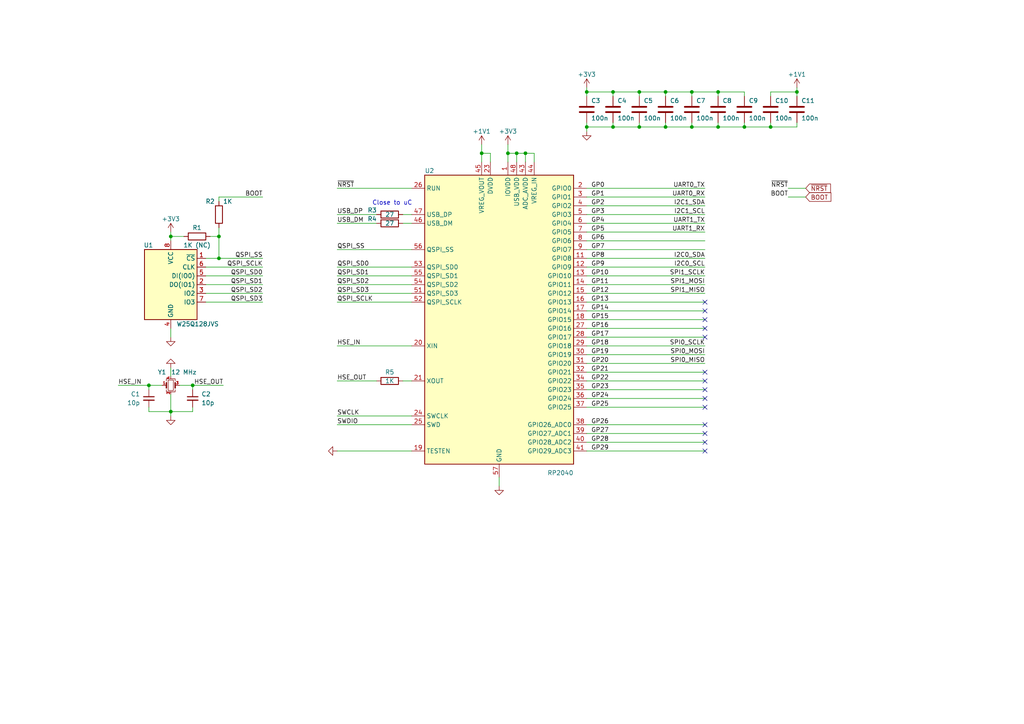
<source format=kicad_sch>
(kicad_sch (version 20230121) (generator eeschema)
  (paper "A4")
  (lib_symbols
    (symbol "Device:C" (pin_numbers hide) (pin_names (offset 0.254))
      (property "Reference" "C" (at 0.635 2.54 0))
      (property "Value" "C" (at 0.635 -2.54 0))
      (symbol "C_0_1"
        (polyline (pts (xy -2.032 -0.762) (xy 2.032 -0.762)) (stroke (width 0.508)))
        (polyline (pts (xy -2.032 0.762) (xy 2.032 0.762)) (stroke (width 0.508)))
      )
      (symbol "C_1_1"
        (pin passive line (at 0 3.81 270) (length 2.794) (name "~") (number "1"))
        (pin passive line (at 0 -3.81 90) (length 2.794) (name "~") (number "2"))
      )
    )
    (symbol "Device:C_Small" (pin_numbers hide) (pin_names (offset 0.254) hide)
      (property "Reference" "C" (at 0.254 1.778 0))
      (property "Value" "C_Small" (at 0.254 -2.032 0))
      (symbol "C_Small_0_1"
        (polyline (pts (xy -1.524 -0.508) (xy 1.524 -0.508)) (stroke (width 0.3302)))
        (polyline (pts (xy -1.524 0.508) (xy 1.524 0.508)) (stroke (width 0.3048)))
      )
      (symbol "C_Small_1_1"
        (pin passive line (at 0 2.54 270) (length 2.032) (name "~") (number "1"))
        (pin passive line (at 0 -2.54 90) (length 2.032) (name "~") (number "2"))
      )
    )
    (symbol "Device:Crystal_GND24_Small" (pin_names (offset 1.016) hide)
      (property "Reference" "Y" (at 1.27 4.445 0))
      (property "Value" "Crystal_GND24_Small" (at 1.27 2.54 0))
      (symbol "Crystal_GND24_Small_0_1"
        (rectangle (start -0.762 -1.524) (end 0.762 1.524))
        (polyline (pts (xy -1.27 -0.762) (xy -1.27 0.762)) (stroke (width 0.381)))
        (polyline (pts (xy 1.27 -0.762) (xy 1.27 0.762)) (stroke (width 0.381)))
        (polyline (pts (xy -1.27 -1.27) (xy -1.27 -1.905) (xy 1.27 -1.905) (xy 1.27 -1.27)))
        (polyline (pts (xy -1.27 1.27) (xy -1.27 1.905) (xy 1.27 1.905) (xy 1.27 1.27)))
      )
      (symbol "Crystal_GND24_Small_1_1"
        (pin passive line (at -2.54 0 0) (length 1.27) (name "1") (number "1"))
        (pin passive line (at 0 -2.54 90) (length 0.635) (name "2") (number "2"))
        (pin passive line (at 2.54 0 180) (length 1.27) (name "3") (number "3"))
        (pin passive line (at 0 2.54 270) (length 0.635) (name "4") (number "4"))
      )
    )
    (symbol "Device:R" (pin_numbers hide) (pin_names (offset 0))
      (property "Reference" "R" (at 2.032 0 90))
      (property "Value" "R" (at 0 0 90))
      (symbol "R_0_1"
        (rectangle (start -1.016 -2.54) (end 1.016 2.54) (stroke (width 0.254)))
      )
      (symbol "R_1_1"
        (pin passive line (at 0 3.81 270) (length 1.27) (name "~") (number "1"))
        (pin passive line (at 0 -3.81 90) (length 1.27) (name "~") (number "2"))
      )
    )
    (symbol "MCU_RaspberryPi:RP2040"
      (property "Reference" "U" (at 17.78 45.72 0))
      (property "Value" "RP2040" (at 17.78 43.18 0))
      (symbol "RP2040_0_1"
        (rectangle (start -21.59 41.91) (end 21.59 -41.91) (stroke (width 0.254)) (fill (type background)))
      )
      (symbol "RP2040_1_1"
        (pin power_in line (at 2.54 45.72 270) (length 3.81) (name "IOVDD") (number "1"))
        (pin passive line (at 2.54 45.72 270) (length 3.81) hide (name "IOVDD") (number "10"))
        (pin bidirectional line (at 25.4 17.78 180) (length 3.81) (name "GPIO8") (number "11"))
        (pin bidirectional line (at 25.4 15.24 180) (length 3.81) (name "GPIO9") (number "12"))
        (pin bidirectional line (at 25.4 12.7 180) (length 3.81) (name "GPIO10") (number "13"))
        (pin bidirectional line (at 25.4 10.16 180) (length 3.81) (name "GPIO11") (number "14"))
        (pin bidirectional line (at 25.4 7.62 180) (length 3.81) (name "GPIO12") (number "15"))
        (pin bidirectional line (at 25.4 5.08 180) (length 3.81) (name "GPIO13") (number "16"))
        (pin bidirectional line (at 25.4 2.54 180) (length 3.81) (name "GPIO14") (number "17"))
        (pin bidirectional line (at 25.4 0 180) (length 3.81) (name "GPIO15") (number "18"))
        (pin input line (at -25.4 -38.1 0) (length 3.81) (name "TESTEN") (number "19"))
        (pin bidirectional line (at 25.4 38.1 180) (length 3.81) (name "GPIO0") (number "2"))
        (pin input line (at -25.4 -7.62 0) (length 3.81) (name "XIN") (number "20"))
        (pin passive line (at -25.4 -17.78 0) (length 3.81) (name "XOUT") (number "21"))
        (pin passive line (at 2.54 45.72 270) (length 3.81) hide (name "IOVDD") (number "22"))
        (pin power_in line (at -2.54 45.72 270) (length 3.81) (name "DVDD") (number "23"))
        (pin input line (at -25.4 -27.94 0) (length 3.81) (name "SWCLK") (number "24"))
        (pin bidirectional line (at -25.4 -30.48 0) (length 3.81) (name "SWD") (number "25"))
        (pin input line (at -25.4 38.1 0) (length 3.81) (name "RUN") (number "26"))
        (pin bidirectional line (at 25.4 -2.54 180) (length 3.81) (name "GPIO16") (number "27"))
        (pin bidirectional line (at 25.4 -5.08 180) (length 3.81) (name "GPIO17") (number "28"))
        (pin bidirectional line (at 25.4 -7.62 180) (length 3.81) (name "GPIO18") (number "29"))
        (pin bidirectional line (at 25.4 35.56 180) (length 3.81) (name "GPIO1") (number "3"))
        (pin bidirectional line (at 25.4 -10.16 180) (length 3.81) (name "GPIO19") (number "30"))
        (pin bidirectional line (at 25.4 -12.7 180) (length 3.81) (name "GPIO20") (number "31"))
        (pin bidirectional line (at 25.4 -15.24 180) (length 3.81) (name "GPIO21") (number "32"))
        (pin passive line (at 2.54 45.72 270) (length 3.81) hide (name "IOVDD") (number "33"))
        (pin bidirectional line (at 25.4 -17.78 180) (length 3.81) (name "GPIO22") (number "34"))
        (pin bidirectional line (at 25.4 -20.32 180) (length 3.81) (name "GPIO23") (number "35"))
        (pin bidirectional line (at 25.4 -22.86 180) (length 3.81) (name "GPIO24") (number "36"))
        (pin bidirectional line (at 25.4 -25.4 180) (length 3.81) (name "GPIO25") (number "37"))
        (pin bidirectional line (at 25.4 -30.48 180) (length 3.81) (name "GPIO26_ADC0") (number "38"))
        (pin bidirectional line (at 25.4 -33.02 180) (length 3.81) (name "GPIO27_ADC1") (number "39"))
        (pin bidirectional line (at 25.4 33.02 180) (length 3.81) (name "GPIO2") (number "4"))
        (pin bidirectional line (at 25.4 -35.56 180) (length 3.81) (name "GPIO28_ADC2") (number "40"))
        (pin bidirectional line (at 25.4 -38.1 180) (length 3.81) (name "GPIO29_ADC3") (number "41"))
        (pin passive line (at 2.54 45.72 270) (length 3.81) hide (name "IOVDD") (number "42"))
        (pin power_in line (at 7.62 45.72 270) (length 3.81) (name "ADC_AVDD") (number "43"))
        (pin power_in line (at 10.16 45.72 270) (length 3.81) (name "VREG_IN") (number "44"))
        (pin power_out line (at -5.08 45.72 270) (length 3.81) (name "VREG_VOUT") (number "45"))
        (pin bidirectional line (at -25.4 27.94 0) (length 3.81) (name "USB_DM") (number "46"))
        (pin bidirectional line (at -25.4 30.48 0) (length 3.81) (name "USB_DP") (number "47"))
        (pin power_in line (at 5.08 45.72 270) (length 3.81) (name "USB_VDD") (number "48"))
        (pin passive line (at 2.54 45.72 270) (length 3.81) hide (name "IOVDD") (number "49"))
        (pin bidirectional line (at 25.4 30.48 180) (length 3.81) (name "GPIO3") (number "5"))
        (pin passive line (at -2.54 45.72 270) (length 3.81) hide (name "DVDD") (number "50"))
        (pin bidirectional line (at -25.4 7.62 0) (length 3.81) (name "QSPI_SD3") (number "51"))
        (pin output line (at -25.4 5.08 0) (length 3.81) (name "QSPI_SCLK") (number "52"))
        (pin bidirectional line (at -25.4 15.24 0) (length 3.81) (name "QSPI_SD0") (number "53"))
        (pin bidirectional line (at -25.4 10.16 0) (length 3.81) (name "QSPI_SD2") (number "54"))
        (pin bidirectional line (at -25.4 12.7 0) (length 3.81) (name "QSPI_SD1") (number "55"))
        (pin bidirectional line (at -25.4 20.32 0) (length 3.81) (name "QSPI_SS") (number "56"))
        (pin power_in line (at 0 -45.72 90) (length 3.81) (name "GND") (number "57"))
        (pin bidirectional line (at 25.4 27.94 180) (length 3.81) (name "GPIO4") (number "6"))
        (pin bidirectional line (at 25.4 25.4 180) (length 3.81) (name "GPIO5") (number "7"))
        (pin bidirectional line (at 25.4 22.86 180) (length 3.81) (name "GPIO6") (number "8"))
        (pin bidirectional line (at 25.4 20.32 180) (length 3.81) (name "GPIO7") (number "9"))
      )
    )
    (symbol "Memory_Flash:W25Q128JVS"
      (property "Reference" "U" (at -8.89 8.89 0))
      (property "Value" "W25Q128JVS" (at 7.62 8.89 0))
      (symbol "W25Q128JVS_0_1"
        (rectangle (start -7.62 10.16) (end 7.62 -10.16) (stroke (width 0.254)) (fill (type background)))
      )
      (symbol "W25Q128JVS_1_1"
        (pin input line (at -10.16 7.62 0) (length 2.54) (name "~{CS}") (number "1"))
        (pin bidirectional line (at -10.16 0 0) (length 2.54) (name "DO(IO1)") (number "2"))
        (pin bidirectional line (at -10.16 -2.54 0) (length 2.54) (name "IO2") (number "3"))
        (pin power_in line (at 0 -12.7 90) (length 2.54) (name "GND") (number "4"))
        (pin bidirectional line (at -10.16 2.54 0) (length 2.54) (name "DI(IO0)") (number "5"))
        (pin input line (at -10.16 5.08 0) (length 2.54) (name "CLK") (number "6"))
        (pin bidirectional line (at -10.16 -5.08 0) (length 2.54) (name "IO3") (number "7"))
        (pin power_in line (at 0 12.7 270) (length 2.54) (name "VCC") (number "8"))
      )
    )
    (symbol "power:+1V1" (power) (pin_names (offset 0))
      (property "Value" "+1V1" (at 0 3.556 0))
      (symbol "+1V1_0_1"
        (polyline (pts (xy -0.762 1.27) (xy 0 2.54)))
        (polyline (pts (xy 0 0) (xy 0 2.54)))
        (polyline (pts (xy 0 2.54) (xy 0.762 1.27)))
      )
      (symbol "+1V1_1_1"
        (pin power_in line (at 0 0 90) (length 0) hide (name "+1V1") (number "1"))
      )
    )
    (symbol "power:+3V3" (power) (pin_names (offset 0))
      (property "Value" "+3V3" (at 0 3.556 0))
      (symbol "+3V3_0_1"
        (polyline (pts (xy -0.762 1.27) (xy 0 2.54)))
        (polyline (pts (xy 0 0) (xy 0 2.54)))
        (polyline (pts (xy 0 2.54) (xy 0.762 1.27)))
      )
      (symbol "+3V3_1_1"
        (pin power_in line (at 0 0 90) (length 0) hide (name "+3V3") (number "1"))
      )
    )
    (symbol "power:GND" (power) (pin_names (offset 0))
      (property "Value" "GND" (at 0 -3.81 0))
      (symbol "GND_0_1"
        (polyline (pts (xy 0 0) (xy 0 -1.27) (xy 1.27 -1.27) (xy 0 -2.54) (xy -1.27 -1.27) (xy 0 -1.27)))
      )
      (symbol "GND_1_1"
        (pin power_in line (at 0 0 270) (length 0) hide (name "GND") (number "1"))
      )
    )
  )
  (junction (at 49.53 119.38))
  (junction (at 139.7 44.45))
  (junction (at 55.88 111.76))
  (junction (at 152.4 44.45))
  (junction (at 170.18 36.83))
  (junction (at 177.8 36.83))
  (junction (at 63.5 68.58))
  (junction (at 43.18 111.76))
  (junction (at 200.66 26.67))
  (junction (at 177.8 26.67))
  (junction (at 208.28 26.67))
  (junction (at 223.52 36.83))
  (junction (at 49.53 68.58))
  (junction (at 185.42 26.67))
  (junction (at 208.28 36.83))
  (junction (at 170.18 26.67))
  (junction (at 147.32 44.45))
  (junction (at 193.04 26.67))
  (junction (at 231.14 26.67))
  (junction (at 200.66 36.83))
  (junction (at 63.5 74.93))
  (junction (at 185.42 36.83))
  (junction (at 193.04 36.83))
  (junction (at 149.86 44.45))
  (junction (at 215.9 36.83))
  (no_connect (at 204.47 130.81))
  (no_connect (at 204.47 123.19))
  (no_connect (at 204.47 97.79))
  (no_connect (at 204.47 113.03))
  (no_connect (at 204.47 92.71))
  (no_connect (at 204.47 110.49))
  (no_connect (at 204.47 118.11))
  (no_connect (at 204.47 125.73))
  (no_connect (at 204.47 95.25))
  (no_connect (at 204.47 128.27))
  (no_connect (at 204.47 90.17))
  (no_connect (at 204.47 87.63))
  (no_connect (at 204.47 107.95))
  (no_connect (at 204.47 115.57))
  (wire (pts (xy 97.79 120.65) (xy 119.38 120.65)))
  (wire (pts (xy 215.9 26.67) (xy 215.9 27.94)))
  (wire (pts (xy 144.78 138.43) (xy 144.78 140.97)))
  (wire (pts (xy 170.18 85.09) (xy 204.47 85.09)))
  (wire (pts (xy 49.53 119.38) (xy 55.88 119.38)))
  (wire (pts (xy 200.66 26.67) (xy 208.28 26.67)))
  (wire (pts (xy 215.9 36.83) (xy 215.9 35.56)))
  (wire (pts (xy 170.18 100.33) (xy 204.47 100.33)))
  (wire (pts (xy 149.86 44.45) (xy 152.4 44.45)))
  (wire (pts (xy 97.79 64.77) (xy 109.22 64.77)))
  (wire (pts (xy 170.18 95.25) (xy 204.47 95.25)))
  (wire (pts (xy 200.66 36.83) (xy 208.28 36.83)))
  (wire (pts (xy 55.88 113.03) (xy 55.88 111.76)))
  (wire (pts (xy 76.2 80.01) (xy 59.69 80.01)))
  (wire (pts (xy 208.28 26.67) (xy 215.9 26.67)))
  (wire (pts (xy 177.8 36.83) (xy 177.8 35.56)))
  (wire (pts (xy 97.79 77.47) (xy 119.38 77.47)))
  (wire (pts (xy 170.18 118.11) (xy 204.47 118.11)))
  (wire (pts (xy 233.68 54.61) (xy 228.6 54.61)))
  (wire (pts (xy 49.53 119.38) (xy 49.53 120.65)))
  (wire (pts (xy 231.14 36.83) (xy 231.14 35.56)))
  (wire (pts (xy 55.88 111.76) (xy 64.77 111.76)))
  (wire (pts (xy 170.18 107.95) (xy 204.47 107.95)))
  (wire (pts (xy 170.18 36.83) (xy 170.18 35.56)))
  (wire (pts (xy 185.42 26.67) (xy 185.42 27.94)))
  (wire (pts (xy 170.18 102.87) (xy 204.47 102.87)))
  (wire (pts (xy 231.14 26.67) (xy 231.14 27.94)))
  (wire (pts (xy 170.18 67.31) (xy 204.47 67.31)))
  (wire (pts (xy 97.79 130.81) (xy 119.38 130.81)))
  (wire (pts (xy 49.53 109.22) (xy 49.53 106.68)))
  (wire (pts (xy 97.79 82.55) (xy 119.38 82.55)))
  (wire (pts (xy 208.28 36.83) (xy 215.9 36.83)))
  (wire (pts (xy 200.66 36.83) (xy 200.66 35.56)))
  (wire (pts (xy 97.79 123.19) (xy 119.38 123.19)))
  (wire (pts (xy 55.88 119.38) (xy 55.88 118.11)))
  (wire (pts (xy 116.84 62.23) (xy 119.38 62.23)))
  (wire (pts (xy 170.18 97.79) (xy 204.47 97.79)))
  (wire (pts (xy 208.28 36.83) (xy 208.28 35.56)))
  (wire (pts (xy 43.18 113.03) (xy 43.18 111.76)))
  (wire (pts (xy 193.04 35.56) (xy 193.04 36.83)))
  (wire (pts (xy 185.42 36.83) (xy 185.42 35.56)))
  (wire (pts (xy 223.52 36.83) (xy 231.14 36.83)))
  (wire (pts (xy 63.5 66.04) (xy 63.5 68.58)))
  (wire (pts (xy 208.28 26.67) (xy 208.28 27.94)))
  (wire (pts (xy 49.53 68.58) (xy 53.34 68.58)))
  (wire (pts (xy 177.8 26.67) (xy 185.42 26.67)))
  (wire (pts (xy 59.69 74.93) (xy 63.5 74.93)))
  (wire (pts (xy 43.18 119.38) (xy 43.18 118.11)))
  (wire (pts (xy 193.04 36.83) (xy 200.66 36.83)))
  (wire (pts (xy 170.18 82.55) (xy 204.47 82.55)))
  (wire (pts (xy 200.66 26.67) (xy 200.66 27.94)))
  (wire (pts (xy 223.52 26.67) (xy 231.14 26.67)))
  (wire (pts (xy 185.42 36.83) (xy 193.04 36.83)))
  (wire (pts (xy 223.52 36.83) (xy 223.52 35.56)))
  (wire (pts (xy 170.18 36.83) (xy 177.8 36.83)))
  (wire (pts (xy 170.18 113.03) (xy 204.47 113.03)))
  (wire (pts (xy 52.07 111.76) (xy 55.88 111.76)))
  (wire (pts (xy 49.53 68.58) (xy 49.53 69.85)))
  (wire (pts (xy 170.18 110.49) (xy 204.47 110.49)))
  (wire (pts (xy 170.18 54.61) (xy 204.47 54.61)))
  (wire (pts (xy 170.18 105.41) (xy 204.47 105.41)))
  (wire (pts (xy 152.4 44.45) (xy 154.94 44.45)))
  (wire (pts (xy 97.79 110.49) (xy 109.22 110.49)))
  (wire (pts (xy 193.04 26.67) (xy 200.66 26.67)))
  (wire (pts (xy 170.18 130.81) (xy 204.47 130.81)))
  (wire (pts (xy 170.18 87.63) (xy 204.47 87.63)))
  (wire (pts (xy 154.94 46.99) (xy 154.94 44.45)))
  (wire (pts (xy 139.7 44.45) (xy 139.7 46.99)))
  (wire (pts (xy 170.18 36.83) (xy 170.18 38.1)))
  (wire (pts (xy 49.53 97.79) (xy 49.53 95.25)))
  (wire (pts (xy 223.52 27.94) (xy 223.52 26.67)))
  (wire (pts (xy 97.79 100.33) (xy 119.38 100.33)))
  (wire (pts (xy 170.18 80.01) (xy 204.47 80.01)))
  (wire (pts (xy 170.18 62.23) (xy 204.47 62.23)))
  (wire (pts (xy 170.18 64.77) (xy 204.47 64.77)))
  (wire (pts (xy 177.8 26.67) (xy 177.8 27.94)))
  (wire (pts (xy 147.32 41.91) (xy 147.32 44.45)))
  (wire (pts (xy 147.32 44.45) (xy 147.32 46.99)))
  (wire (pts (xy 97.79 72.39) (xy 119.38 72.39)))
  (wire (pts (xy 97.79 80.01) (xy 119.38 80.01)))
  (wire (pts (xy 170.18 74.93) (xy 204.47 74.93)))
  (wire (pts (xy 49.53 67.31) (xy 49.53 68.58)))
  (wire (pts (xy 76.2 85.09) (xy 59.69 85.09)))
  (wire (pts (xy 34.29 111.76) (xy 43.18 111.76)))
  (wire (pts (xy 170.18 59.69) (xy 204.47 59.69)))
  (wire (pts (xy 63.5 57.15) (xy 76.2 57.15)))
  (wire (pts (xy 170.18 115.57) (xy 204.47 115.57)))
  (wire (pts (xy 116.84 110.49) (xy 119.38 110.49)))
  (wire (pts (xy 193.04 26.67) (xy 193.04 27.94)))
  (wire (pts (xy 63.5 74.93) (xy 76.2 74.93)))
  (wire (pts (xy 60.96 68.58) (xy 63.5 68.58)))
  (wire (pts (xy 170.18 123.19) (xy 204.47 123.19)))
  (wire (pts (xy 63.5 58.42) (xy 63.5 57.15)))
  (wire (pts (xy 185.42 26.67) (xy 193.04 26.67)))
  (wire (pts (xy 170.18 26.67) (xy 177.8 26.67)))
  (wire (pts (xy 170.18 26.67) (xy 170.18 27.94)))
  (wire (pts (xy 43.18 111.76) (xy 46.99 111.76)))
  (wire (pts (xy 149.86 44.45) (xy 149.86 46.99)))
  (wire (pts (xy 170.18 57.15) (xy 204.47 57.15)))
  (wire (pts (xy 97.79 54.61) (xy 119.38 54.61)))
  (wire (pts (xy 116.84 64.77) (xy 119.38 64.77)))
  (wire (pts (xy 97.79 87.63) (xy 119.38 87.63)))
  (wire (pts (xy 139.7 44.45) (xy 142.24 44.45)))
  (wire (pts (xy 139.7 41.91) (xy 139.7 44.45)))
  (wire (pts (xy 177.8 36.83) (xy 185.42 36.83)))
  (wire (pts (xy 170.18 125.73) (xy 204.47 125.73)))
  (wire (pts (xy 76.2 77.47) (xy 59.69 77.47)))
  (wire (pts (xy 63.5 68.58) (xy 63.5 74.93)))
  (wire (pts (xy 233.68 57.15) (xy 228.6 57.15)))
  (wire (pts (xy 152.4 44.45) (xy 152.4 46.99)))
  (wire (pts (xy 170.18 25.4) (xy 170.18 26.67)))
  (wire (pts (xy 170.18 92.71) (xy 204.47 92.71)))
  (wire (pts (xy 97.79 62.23) (xy 109.22 62.23)))
  (wire (pts (xy 142.24 46.99) (xy 142.24 44.45)))
  (wire (pts (xy 170.18 77.47) (xy 204.47 77.47)))
  (wire (pts (xy 170.18 90.17) (xy 204.47 90.17)))
  (wire (pts (xy 97.79 85.09) (xy 119.38 85.09)))
  (wire (pts (xy 43.18 119.38) (xy 49.53 119.38)))
  (wire (pts (xy 170.18 69.85) (xy 204.47 69.85)))
  (wire (pts (xy 76.2 87.63) (xy 59.69 87.63)))
  (wire (pts (xy 215.9 36.83) (xy 223.52 36.83)))
  (wire (pts (xy 170.18 128.27) (xy 204.47 128.27)))
  (wire (pts (xy 49.53 114.3) (xy 49.53 119.38)))
  (wire (pts (xy 170.18 72.39) (xy 204.47 72.39)))
  (wire (pts (xy 147.32 44.45) (xy 149.86 44.45)))
  (wire (pts (xy 231.14 25.4) (xy 231.14 26.67)))
  (wire (pts (xy 76.2 82.55) (xy 59.69 82.55)))
  (text "Close to uC" (at 107.95 59.69 0) (effects (font (size 1.27 1.27)) (justify left bottom)))
  (label "GP21" (at 171.45 107.95 0))
  (label "SPI1_SCLK" (at 204.47 80.01 180))
  (label "GP24" (at 171.45 115.57 0))
  (label "USB_DM" (at 97.79 64.77 0))
  (label "QSPI_SS" (at 76.2 74.93 180))
  (label "GP11" (at 171.45 82.55 0))
  (label "GP1" (at 171.45 57.15 0))
  (label "GP25" (at 171.45 118.11 0))
  (label "QSPI_SD1" (at 76.2 82.55 180))
  (label "QSPI_SD0" (at 97.79 77.47 0))
  (label "~{NRST}" (at 97.79 54.61 0))
  (label "GP5" (at 171.45 67.31 0))
  (label "SPI1_MOSI" (at 204.47 82.55 180))
  (label "HSE_OUT" (at 64.77 111.76 180))
  (label "GP27" (at 171.45 125.73 0))
  (label "GP13" (at 171.45 87.63 0))
  (label "GP28" (at 171.45 128.27 0))
  (label "QSPI_SD2" (at 76.2 85.09 180))
  (label "GP3" (at 171.45 62.23 0))
  (label "QSPI_SD3" (at 97.79 85.09 0))
  (label "GP23" (at 171.45 113.03 0))
  (label "GP7" (at 171.45 72.39 0))
  (label "I2C0_SDA" (at 204.47 74.93 180))
  (label "GP12" (at 171.45 85.09 0))
  (label "SWDIO" (at 97.79 123.19 0))
  (label "QSPI_SD0" (at 76.2 80.01 180))
  (label "SPI0_MISO" (at 204.47 105.41 180))
  (label "GP8" (at 171.45 74.93 0))
  (label "UART1_TX" (at 204.47 64.77 180))
  (label "GP14" (at 171.45 90.17 0))
  (label "GP4" (at 171.45 64.77 0))
  (label "I2C1_SDA" (at 204.47 59.69 180))
  (label "GP16" (at 171.45 95.25 0))
  (label "GP0" (at 171.45 54.61 0))
  (label "GP10" (at 171.45 80.01 0))
  (label "GP6" (at 171.45 69.85 0))
  (label "I2C1_SCL" (at 204.47 62.23 180))
  (label "HSE_OUT" (at 97.79 110.49 0))
  (label "GP26" (at 171.45 123.19 0))
  (label "GP17" (at 171.45 97.79 0))
  (label "BOOT" (at 76.2 57.15 180))
  (label "SPI1_MISO" (at 204.47 85.09 180))
  (label "UART0_RX" (at 204.47 57.15 180))
  (label "I2C0_SCL" (at 204.47 77.47 180))
  (label "QSPI_SD1" (at 97.79 80.01 0))
  (label "QSPI_SS" (at 97.79 72.39 0))
  (label "GP9" (at 171.45 77.47 0))
  (label "SWCLK" (at 97.79 120.65 0))
  (label "QSPI_SD3" (at 76.2 87.63 180))
  (label "QSPI_SCLK" (at 97.79 87.63 0))
  (label "GP22" (at 171.45 110.49 0))
  (label "GP19" (at 171.45 102.87 0))
  (label "HSE_IN" (at 34.29 111.76 0))
  (label "HSE_IN" (at 97.79 100.33 0))
  (label "UART0_TX" (at 204.47 54.61 180))
  (label "SPI0_MOSI" (at 204.47 102.87 180))
  (label "GP29" (at 171.45 130.81 0))
  (label "GP2" (at 171.45 59.69 0))
  (label "GP15" (at 171.45 92.71 0))
  (label "~{NRST}" (at 228.6 54.61 180))
  (label "SPI0_SCLK" (at 204.47 100.33 180))
  (label "GP18" (at 171.45 100.33 0))
  (label "GP20" (at 171.45 105.41 0))
  (label "BOOT" (at 228.6 57.15 180))
  (label "QSPI_SD2" (at 97.79 82.55 0))
  (label "USB_DP" (at 97.79 62.23 0))
  (label "QSPI_SCLK" (at 76.2 77.47 180))
  (label "UART1_RX" (at 204.47 67.31 180))
  (global_label "~{NRST}" (shape input) (at 233.68 54.61 0) (property "Intersheetrefs" "${INTERSHEET_REFS}" (effects hide)))
  (global_label "BOOT" (shape input) (at 233.68 57.15 0) (property "Intersheetrefs" "${INTERSHEET_REFS}" (effects hide)))
  (symbol (lib_id "Device:C_Small") (at 43.18 115.57 0) (mirror y) (unit 1)
    (property "Reference" "C1" (at 40.64 114.3063 0) (effects (justify left)))
    (property "Value" "10p" (at 40.64 116.8463 0) (effects (justify left)))
    (property "Footprint" "Capacitor_SMD:C_0402_1005Metric" (effects hide))
  )
  (symbol (lib_id "Device:C") (at 215.9 31.75 0) (unit 1)
    (property "Reference" "C9" (at 217.17 29.21 0) (effects (justify left)))
    (property "Value" "100n" (at 217.17 34.29 0) (effects (justify left)))
    (property "Footprint" "Capacitor_SMD:C_0402_1005Metric" (effects hide))
  )
  (symbol (lib_id "power:+3V3") (at 49.53 67.31 0) (unit 1)
    (property "Reference" "#PWR01" (effects hide))
    (property "Value" "+3V3" (at 49.53 63.5 0))
  )
  (symbol (lib_id "Device:C_Small") (at 55.88 115.57 0) (unit 1)
    (property "Reference" "C2" (at 58.42 114.3063 0) (effects (justify left)))
    (property "Value" "10p" (at 58.42 116.8463 0) (effects (justify left)))
    (property "Footprint" "Capacitor_SMD:C_0402_1005Metric" (effects hide))
  )
  (symbol (lib_id "power:GND") (at 144.78 140.97 0) (unit 1)
    (property "Reference" "#PWR07" (effects hide))
    (property "Value" "GND" (effects hide))
  )
  (symbol (lib_id "MCU_RaspberryPi:RP2040") (at 144.78 92.71 0) (unit 1)
    (property "Reference" "U2" (at 123.19 49.53 0) (effects (justify left)))
    (property "Value" "RP2040" (at 158.75 137.16 0) (effects (justify left)))
    (property "Footprint" "Package_DFN_QFN:QFN-56-1EP_7x7mm_P0.4mm_EP3.2x3.2mm" (effects hide))
    (property "Datasheet" "https://datasheets.raspberrypi.com/rp2040/rp2040-datasheet.pdf" (effects hide))
  )
  (symbol (lib_id "Device:R") (at 113.03 110.49 90) (unit 1)
    (property "Reference" "R5" (at 113.03 107.95 90))
    (property "Value" "1K" (at 113.03 110.49 90))
    (property "Footprint" "Resistor_SMD:R_0402_1005Metric" (effects hide))
  )
  (symbol (lib_id "power:GND") (at 170.18 38.1 0) (unit 1)
    (property "Reference" "#PWR010" (effects hide))
    (property "Value" "GND" (effects hide))
  )
  (symbol (lib_id "power:GND") (at 49.53 97.79 0) (unit 1)
    (property "Reference" "#PWR02" (effects hide))
    (property "Value" "GND" (effects hide))
  )
  (symbol (lib_id "Device:R") (at 57.15 68.58 90) (unit 1)
    (property "Reference" "R1" (at 57.15 66.04 90))
    (property "Value" "1K (NC)" (at 57.15 71.12 90))
    (property "Footprint" "Resistor_SMD:R_0402_1005Metric" (effects hide))
  )
  (symbol (lib_id "power:+3V3") (at 170.18 25.4 0) (unit 1)
    (property "Reference" "#PWR09" (effects hide))
    (property "Value" "+3V3" (at 170.18 21.59 0))
  )
  (symbol (lib_id "Device:R") (at 63.5 62.23 0) (mirror x) (unit 1)
    (property "Reference" "R2" (at 60.96 58.42 0))
    (property "Value" "1K" (at 66.04 58.42 0))
    (property "Footprint" "Resistor_SMD:R_0402_1005Metric" (effects hide))
  )
  (symbol (lib_id "Device:C") (at 231.14 31.75 0) (unit 1)
    (property "Reference" "C11" (at 232.41 29.21 0) (effects (justify left)))
    (property "Value" "100n" (at 232.41 34.29 0) (effects (justify left)))
    (property "Footprint" "Capacitor_SMD:C_0402_1005Metric" (effects hide))
  )
  (symbol (lib_id "power:GND") (at 49.53 120.65 0) (unit 1)
    (property "Reference" "#PWR04" (effects hide))
    (property "Value" "GND" (effects hide))
  )
  (symbol (lib_id "power:+1V1") (at 231.14 25.4 0) (unit 1)
    (property "Reference" "#PWR011" (effects hide))
    (property "Value" "+1V1" (at 231.14 21.59 0))
  )
  (symbol (lib_id "Device:C") (at 193.04 31.75 0) (unit 1)
    (property "Reference" "C6" (at 194.31 29.21 0) (effects (justify left)))
    (property "Value" "100n" (at 194.31 34.29 0) (effects (justify left)))
    (property "Footprint" "Capacitor_SMD:C_0402_1005Metric" (effects hide))
  )
  (symbol (lib_id "Device:C") (at 208.28 31.75 0) (unit 1)
    (property "Reference" "C8" (at 209.55 29.21 0) (effects (justify left)))
    (property "Value" "100n" (at 209.55 34.29 0) (effects (justify left)))
    (property "Footprint" "Capacitor_SMD:C_0402_1005Metric" (effects hide))
  )
  (symbol (lib_id "Device:R") (at 113.03 62.23 90) (unit 1)
    (property "Reference" "R3" (at 107.95 60.96 90))
    (property "Value" "27" (at 113.03 62.23 90))
    (property "Footprint" "Resistor_SMD:R_0402_1005Metric" (effects hide))
  )
  (symbol (lib_id "Device:C") (at 177.8 31.75 0) (unit 1)
    (property "Reference" "C4" (at 179.07 29.21 0) (effects (justify left)))
    (property "Value" "100n" (at 179.07 34.29 0) (effects (justify left)))
    (property "Footprint" "Capacitor_SMD:C_0402_1005Metric" (effects hide))
  )
  (symbol (lib_id "power:GND") (at 49.53 106.68 0) (mirror x) (unit 1)
    (property "Reference" "#PWR03" (effects hide))
    (property "Value" "GND" (effects hide))
  )
  (symbol (lib_id "Device:C") (at 223.52 31.75 0) (unit 1)
    (property "Reference" "C10" (at 224.79 29.21 0) (effects (justify left)))
    (property "Value" "100n" (at 224.79 34.29 0) (effects (justify left)))
    (property "Footprint" "Capacitor_SMD:C_0402_1005Metric" (effects hide))
  )
  (symbol (lib_id "Device:Crystal_GND24_Small") (at 49.53 111.76 0) (unit 1)
    (property "Reference" "Y1" (at 46.99 107.95 0))
    (property "Value" "12 MHz" (at 53.34 107.95 0))
    (property "Footprint" "Crystal:Crystal_SMD_3225-4Pin_3.2x2.5mm" (effects hide))
  )
  (symbol (lib_id "Memory_Flash:W25Q128JVS") (at 49.53 82.55 0) (mirror y) (unit 1)
    (property "Reference" "U1" (at 44.45 71.12 0) (effects (justify left)))
    (property "Value" "W25Q128JVS" (at 63.5 93.98 0) (effects (justify left)))
    (property "Footprint" "Package_SO:SOIC-8_5.23x5.23mm_P1.27mm" (effects hide))
    (property "Datasheet" "http://www.winbond.com/resource-files/w25q128jv_dtr%20revc%2003272018%20plus.pdf" (effects hide))
  )
  (symbol (lib_id "Device:C") (at 185.42 31.75 0) (unit 1)
    (property "Reference" "C5" (at 186.69 29.21 0) (effects (justify left)))
    (property "Value" "100n" (at 186.69 34.29 0) (effects (justify left)))
    (property "Footprint" "Capacitor_SMD:C_0402_1005Metric" (effects hide))
  )
  (symbol (lib_id "Device:C") (at 200.66 31.75 0) (unit 1)
    (property "Reference" "C7" (at 201.93 29.21 0) (effects (justify left)))
    (property "Value" "100n" (at 201.93 34.29 0) (effects (justify left)))
    (property "Footprint" "Capacitor_SMD:C_0402_1005Metric" (effects hide))
  )
  (symbol (lib_id "power:GND") (at 97.79 130.81 270) (unit 1)
    (property "Reference" "#PWR05" (effects hide))
    (property "Value" "GND" (effects hide))
  )
  (symbol (lib_id "power:+3V3") (at 147.32 41.91 0) (unit 1)
    (property "Reference" "#PWR08" (effects hide))
    (property "Value" "+3V3" (at 147.32 38.1 0))
  )
  (symbol (lib_id "Device:C") (at 170.18 31.75 0) (unit 1)
    (property "Reference" "C3" (at 171.45 29.21 0) (effects (justify left)))
    (property "Value" "100n" (at 171.45 34.29 0) (effects (justify left)))
    (property "Footprint" "Capacitor_SMD:C_0402_1005Metric" (effects hide))
  )
  (symbol (lib_id "Device:R") (at 113.03 64.77 90) (unit 1)
    (property "Reference" "R4" (at 107.95 63.5 90))
    (property "Value" "27" (at 113.03 64.77 90))
    (property "Footprint" "Resistor_SMD:R_0402_1005Metric" (effects hide))
  )
  (symbol (lib_id "power:+1V1") (at 139.7 41.91 0) (unit 1)
    (property "Reference" "#PWR06" (effects hide))
    (property "Value" "+1V1" (at 139.7 38.1 0))
  )
)
</source>
